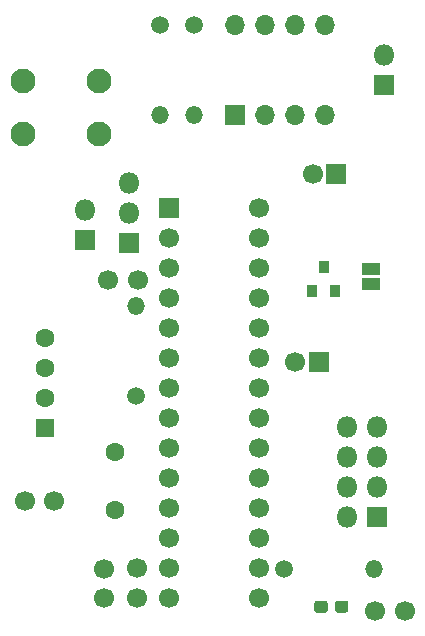
<source format=gbr>
%TF.GenerationSoftware,KiCad,Pcbnew,(5.1.6-0-10_14)*%
%TF.CreationDate,2020-10-03T22:08:30-04:00*%
%TF.ProjectId,weather_external,77656174-6865-4725-9f65-787465726e61,rev?*%
%TF.SameCoordinates,Original*%
%TF.FileFunction,Soldermask,Top*%
%TF.FilePolarity,Negative*%
%FSLAX46Y46*%
G04 Gerber Fmt 4.6, Leading zero omitted, Abs format (unit mm)*
G04 Created by KiCad (PCBNEW (5.1.6-0-10_14)) date 2020-10-03 22:08:30*
%MOMM*%
%LPD*%
G01*
G04 APERTURE LIST*
%ADD10R,1.600000X1.100000*%
%ADD11C,1.700000*%
%ADD12R,1.700000X1.700000*%
%ADD13O,1.800000X1.800000*%
%ADD14R,1.800000X1.800000*%
%ADD15C,1.600000*%
%ADD16R,1.600000X1.600000*%
%ADD17R,0.900000X1.000000*%
%ADD18O,1.700000X1.700000*%
%ADD19O,1.500000X1.500000*%
%ADD20C,1.500000*%
%ADD21C,2.100000*%
G04 APERTURE END LIST*
D10*
%TO.C,JP1*%
X161900000Y-78850000D03*
X161900000Y-80150000D03*
%TD*%
D11*
%TO.C,Atmega328*%
X152400000Y-73660000D03*
X152400000Y-76200000D03*
X152400000Y-78740000D03*
X152400000Y-81280000D03*
X152400000Y-83820000D03*
X152400000Y-86360000D03*
X152400000Y-88900000D03*
X152400000Y-91440000D03*
X152400000Y-93980000D03*
X152400000Y-96520000D03*
X152400000Y-99060000D03*
X152400000Y-101600000D03*
X152400000Y-104140000D03*
X152400000Y-106680000D03*
X144780000Y-106680000D03*
X144780000Y-104140000D03*
X144780000Y-101600000D03*
X144780000Y-99060000D03*
X144780000Y-96520000D03*
X144780000Y-93980000D03*
X144780000Y-91440000D03*
X144780000Y-88900000D03*
X144780000Y-86360000D03*
X144780000Y-83820000D03*
X144780000Y-81280000D03*
X144780000Y-78740000D03*
X144780000Y-76200000D03*
D12*
X144780000Y-73660000D03*
%TD*%
D11*
%TO.C,C7*%
X132600000Y-98500000D03*
X135100000Y-98500000D03*
%TD*%
%TO.C,C6*%
X162300000Y-107800000D03*
X164800000Y-107800000D03*
%TD*%
D13*
%TO.C,NRF24L01*%
X159860000Y-92280000D03*
X162400000Y-92280000D03*
X159860000Y-94820000D03*
X162400000Y-94820000D03*
X159860000Y-97360000D03*
X162400000Y-97360000D03*
X159860000Y-99900000D03*
D14*
X162400000Y-99900000D03*
%TD*%
D15*
%TO.C,DHT11*%
X134300000Y-84680000D03*
X134300000Y-87220000D03*
X134300000Y-89760000D03*
D16*
X134300000Y-92300000D03*
%TD*%
D17*
%TO.C,U4*%
X157900000Y-78700000D03*
X158850000Y-80700000D03*
X156950000Y-80700000D03*
%TD*%
%TO.C,D1*%
G36*
G01*
X158262980Y-107192200D02*
X158262980Y-107717200D01*
G75*
G02*
X158000480Y-107979700I-262500J0D01*
G01*
X157375480Y-107979700D01*
G75*
G02*
X157112980Y-107717200I0J262500D01*
G01*
X157112980Y-107192200D01*
G75*
G02*
X157375480Y-106929700I262500J0D01*
G01*
X158000480Y-106929700D01*
G75*
G02*
X158262980Y-107192200I0J-262500D01*
G01*
G37*
G36*
G01*
X160012980Y-107192200D02*
X160012980Y-107717200D01*
G75*
G02*
X159750480Y-107979700I-262500J0D01*
G01*
X159125480Y-107979700D01*
G75*
G02*
X158862980Y-107717200I0J262500D01*
G01*
X158862980Y-107192200D01*
G75*
G02*
X159125480Y-106929700I262500J0D01*
G01*
X159750480Y-106929700D01*
G75*
G02*
X160012980Y-107192200I0J-262500D01*
G01*
G37*
%TD*%
D18*
%TO.C,NE555*%
X150400000Y-58180000D03*
X158020000Y-65800000D03*
X152940000Y-58180000D03*
X155480000Y-65800000D03*
X155480000Y-58180000D03*
X152940000Y-65800000D03*
X158020000Y-58180000D03*
D12*
X150400000Y-65800000D03*
%TD*%
D19*
%TO.C,R4*%
X146950900Y-65792160D03*
D20*
X146950900Y-58172160D03*
%TD*%
D19*
%TO.C,R3*%
X144098480Y-65792160D03*
D20*
X144098480Y-58172160D03*
%TD*%
D11*
%TO.C,C5*%
X157000000Y-70800000D03*
D12*
X159000000Y-70800000D03*
%TD*%
D13*
%TO.C,J3*%
X141439900Y-71561960D03*
X141439900Y-74101960D03*
D14*
X141439900Y-76641960D03*
%TD*%
D13*
%TO.C,J4*%
X163000000Y-60760000D03*
D14*
X163000000Y-63300000D03*
%TD*%
D13*
%TO.C,J2*%
X137728960Y-73825100D03*
D14*
X137728960Y-76365100D03*
%TD*%
D21*
%TO.C,SW1*%
X138917820Y-62918340D03*
X138917820Y-67418340D03*
X132417820Y-62918340D03*
X132417820Y-67418340D03*
%TD*%
D11*
%TO.C,C4*%
X139679040Y-79766160D03*
X142179040Y-79766160D03*
%TD*%
D19*
%TO.C,R2*%
X162184080Y-104272080D03*
D20*
X154564080Y-104272080D03*
%TD*%
D15*
%TO.C,16Mhz*%
X140256260Y-99240680D03*
X140256260Y-94340680D03*
%TD*%
D19*
%TO.C,R1*%
X142062200Y-81991200D03*
D20*
X142062200Y-89611200D03*
%TD*%
D11*
%TO.C,C3*%
X155500000Y-86700000D03*
D12*
X157500000Y-86700000D03*
%TD*%
D11*
%TO.C,C2*%
X142107920Y-104187620D03*
X142107920Y-106687620D03*
%TD*%
%TO.C,C1*%
X139291060Y-106721280D03*
X139291060Y-104221280D03*
%TD*%
M02*

</source>
